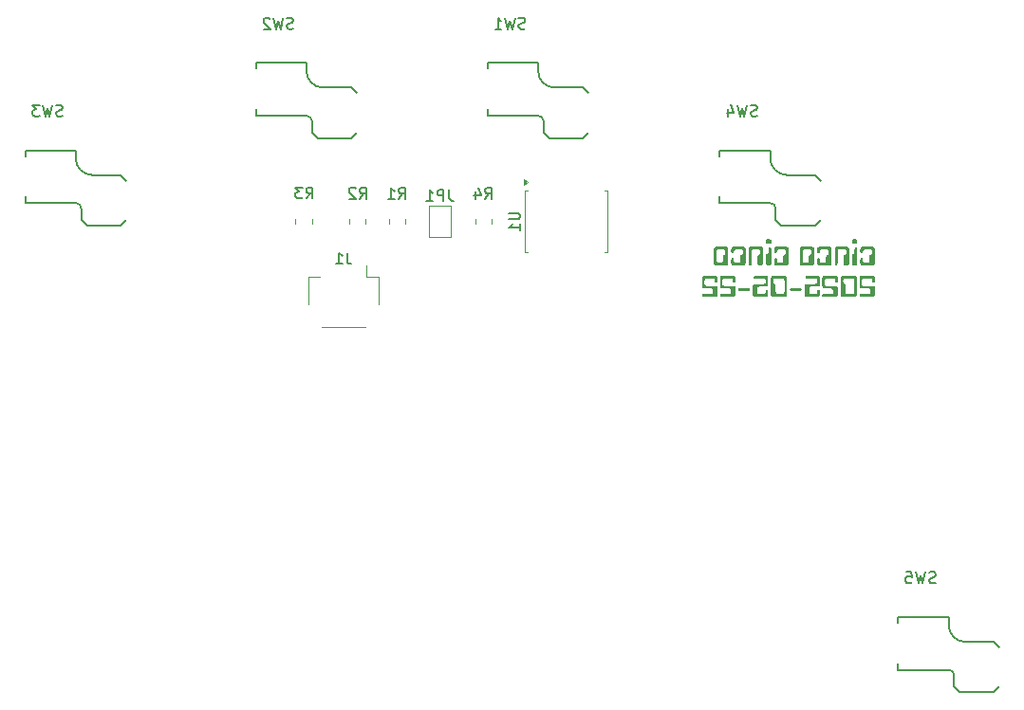
<source format=gbr>
%TF.GenerationSoftware,KiCad,Pcbnew,9.0.0*%
%TF.CreationDate,2025-05-22T09:46:44-07:00*%
%TF.ProjectId,cinco-cinco,63696e63-6f2d-4636-996e-636f2e6b6963,rev?*%
%TF.SameCoordinates,Original*%
%TF.FileFunction,Legend,Bot*%
%TF.FilePolarity,Positive*%
%FSLAX46Y46*%
G04 Gerber Fmt 4.6, Leading zero omitted, Abs format (unit mm)*
G04 Created by KiCad (PCBNEW 9.0.0) date 2025-05-22 09:46:44*
%MOMM*%
%LPD*%
G01*
G04 APERTURE LIST*
%ADD10C,0.100000*%
%ADD11C,0.150000*%
%ADD12C,0.120000*%
G04 APERTURE END LIST*
D10*
G36*
X237786522Y-97296638D02*
G01*
X237795223Y-97434330D01*
X237809929Y-97483391D01*
X237833691Y-97516304D01*
X237867704Y-97539094D01*
X237915970Y-97554619D01*
X238055799Y-97565000D01*
X238800740Y-97565000D01*
X238938890Y-97556298D01*
X238988113Y-97541473D01*
X239021169Y-97517677D01*
X239044078Y-97483651D01*
X239059637Y-97435398D01*
X239070170Y-97295111D01*
X239070170Y-96190828D01*
X239061469Y-96045351D01*
X239046714Y-95995705D01*
X239022848Y-95961240D01*
X238988646Y-95937314D01*
X238940722Y-95922772D01*
X238800740Y-95913918D01*
X238055799Y-95913918D01*
X237914139Y-95922772D01*
X237864944Y-95937485D01*
X237832012Y-95961240D01*
X237809488Y-95995571D01*
X237795223Y-96045504D01*
X237786522Y-96190981D01*
X237786522Y-96268070D01*
X237795261Y-96361914D01*
X237816289Y-96415532D01*
X237854741Y-96448688D01*
X237919329Y-96461022D01*
X237972624Y-96451537D01*
X238006951Y-96425759D01*
X238028105Y-96383025D01*
X238041755Y-96305622D01*
X238055799Y-96231434D01*
X238082056Y-96189149D01*
X238134568Y-96171441D01*
X238223716Y-96167930D01*
X238629465Y-96167930D01*
X238725635Y-96174952D01*
X238781506Y-96201361D01*
X238807762Y-96255858D01*
X238814784Y-96350807D01*
X238814784Y-96456290D01*
X238808259Y-96533067D01*
X238793871Y-96568947D01*
X238764506Y-96592694D01*
X238699379Y-96618101D01*
X238635474Y-96642662D01*
X238605040Y-96672597D01*
X238590574Y-96718416D01*
X238583975Y-96815021D01*
X238583975Y-97124599D01*
X238578784Y-97224891D01*
X238569094Y-97258288D01*
X238552528Y-97281067D01*
X238494826Y-97305797D01*
X238395144Y-97310987D01*
X238230738Y-97310987D01*
X238126152Y-97301703D01*
X238078545Y-97281372D01*
X238052975Y-97240423D01*
X238041755Y-97150550D01*
X238041755Y-97132995D01*
X238033147Y-97021074D01*
X238013820Y-96965536D01*
X237976737Y-96932560D01*
X237912459Y-96920198D01*
X237848227Y-96932260D01*
X237812778Y-96963857D01*
X237794745Y-97018072D01*
X237786522Y-97132842D01*
X237786522Y-97296638D01*
G37*
G36*
X237042802Y-95441461D02*
G01*
X237057519Y-95552407D01*
X237093483Y-95612431D01*
X237157631Y-95645674D01*
X237284145Y-95659905D01*
X237417322Y-95646932D01*
X237481676Y-95617621D01*
X237517534Y-95562436D01*
X237532356Y-95455505D01*
X237524993Y-95372523D01*
X237506001Y-95316289D01*
X237478165Y-95279344D01*
X237410066Y-95244794D01*
X237277123Y-95230038D01*
X237156441Y-95243195D01*
X237093483Y-95274154D01*
X237057668Y-95331142D01*
X237042802Y-95441461D01*
G37*
G36*
X237042802Y-97268244D02*
G01*
X237051503Y-97416622D01*
X237065318Y-97469958D01*
X237086461Y-97507450D01*
X237117037Y-97535037D01*
X237158207Y-97552787D01*
X237277123Y-97565000D01*
X237377745Y-97559199D01*
X237432827Y-97545765D01*
X237474208Y-97518379D01*
X237507932Y-97470813D01*
X237525487Y-97402731D01*
X237528998Y-97268244D01*
X237528998Y-96126867D01*
X237520390Y-96014946D01*
X237501063Y-95959408D01*
X237463841Y-95926308D01*
X237399549Y-95913918D01*
X237338327Y-95926151D01*
X237301700Y-95959408D01*
X237282264Y-96014959D01*
X237273612Y-96126867D01*
X237273612Y-96378132D01*
X237267153Y-96454591D01*
X237252698Y-96491705D01*
X237223082Y-96515914D01*
X237158207Y-96538722D01*
X237093996Y-96565545D01*
X237063868Y-96594592D01*
X237049454Y-96638605D01*
X237042802Y-96734269D01*
X237042802Y-97268244D01*
G37*
G36*
X235774571Y-95913918D02*
G01*
X235634742Y-95922772D01*
X235586686Y-95937322D01*
X235552463Y-95961240D01*
X235528632Y-95995707D01*
X235513995Y-96045351D01*
X235505293Y-96190828D01*
X235505293Y-97347623D01*
X235513847Y-97460358D01*
X235533229Y-97517677D01*
X235570542Y-97552194D01*
X235634742Y-97565000D01*
X235698672Y-97552542D01*
X235734424Y-97519509D01*
X235752455Y-97463930D01*
X235760527Y-97351440D01*
X235760527Y-96353555D01*
X235771071Y-96246693D01*
X235793805Y-96201209D01*
X235839272Y-96178471D01*
X235945999Y-96167930D01*
X236344726Y-96167930D01*
X236451452Y-96178471D01*
X236496919Y-96201209D01*
X236519544Y-96246674D01*
X236530045Y-96353555D01*
X236530045Y-96451557D01*
X236523583Y-96528152D01*
X236509132Y-96565283D01*
X236479498Y-96589639D01*
X236414640Y-96612605D01*
X236350426Y-96639551D01*
X236320301Y-96668628D01*
X236305894Y-96712695D01*
X236299235Y-96808763D01*
X236299235Y-97267329D01*
X236307937Y-97416317D01*
X236321758Y-97469786D01*
X236342894Y-97507297D01*
X236373466Y-97534919D01*
X236414640Y-97552787D01*
X236533556Y-97565000D01*
X236637268Y-97559159D01*
X236692772Y-97545765D01*
X236734136Y-97518210D01*
X236767876Y-97470355D01*
X236785431Y-97401967D01*
X236788942Y-97267023D01*
X236788942Y-96190828D01*
X236780241Y-96045351D01*
X236765485Y-95995705D01*
X236741620Y-95961240D01*
X236707418Y-95937314D01*
X236659494Y-95922772D01*
X236519512Y-95913918D01*
X235774571Y-95913918D01*
G37*
G36*
X233942139Y-97296638D02*
G01*
X233950840Y-97434330D01*
X233965547Y-97483391D01*
X233989309Y-97516304D01*
X234023321Y-97539094D01*
X234071588Y-97554619D01*
X234211417Y-97565000D01*
X234956358Y-97565000D01*
X235094508Y-97556298D01*
X235143730Y-97541473D01*
X235176787Y-97517677D01*
X235199696Y-97483651D01*
X235215255Y-97435398D01*
X235225788Y-97295111D01*
X235225788Y-96190828D01*
X235217087Y-96045351D01*
X235202331Y-95995705D01*
X235178466Y-95961240D01*
X235144263Y-95937314D01*
X235096339Y-95922772D01*
X234956358Y-95913918D01*
X234211417Y-95913918D01*
X234069756Y-95922772D01*
X234020562Y-95937485D01*
X233987629Y-95961240D01*
X233965106Y-95995571D01*
X233950840Y-96045504D01*
X233942139Y-96190981D01*
X233942139Y-96268070D01*
X233950878Y-96361914D01*
X233971906Y-96415532D01*
X234010359Y-96448688D01*
X234074946Y-96461022D01*
X234128241Y-96451537D01*
X234162568Y-96425759D01*
X234183723Y-96383025D01*
X234197373Y-96305622D01*
X234211417Y-96231434D01*
X234237673Y-96189149D01*
X234290185Y-96171441D01*
X234379334Y-96167930D01*
X234785082Y-96167930D01*
X234881253Y-96174952D01*
X234937124Y-96201361D01*
X234963380Y-96255858D01*
X234970402Y-96350807D01*
X234970402Y-96456290D01*
X234963877Y-96533067D01*
X234949488Y-96568947D01*
X234920123Y-96592694D01*
X234854997Y-96618101D01*
X234791092Y-96642662D01*
X234760658Y-96672597D01*
X234746191Y-96718416D01*
X234739592Y-96815021D01*
X234739592Y-97124599D01*
X234734402Y-97224891D01*
X234724712Y-97258288D01*
X234708146Y-97281067D01*
X234650443Y-97305797D01*
X234550762Y-97310987D01*
X234386356Y-97310987D01*
X234281770Y-97301703D01*
X234234162Y-97281372D01*
X234208592Y-97240423D01*
X234197373Y-97150550D01*
X234197373Y-97132995D01*
X234188765Y-97021074D01*
X234169438Y-96965536D01*
X234132355Y-96932560D01*
X234068077Y-96920198D01*
X234003844Y-96932260D01*
X233968395Y-96963857D01*
X233950362Y-97018072D01*
X233942139Y-97132842D01*
X233942139Y-97296638D01*
G37*
G36*
X233555167Y-95922772D02*
G01*
X233603091Y-95937314D01*
X233637294Y-95961240D01*
X233661159Y-95995705D01*
X233675915Y-96045351D01*
X233684616Y-96190828D01*
X233684616Y-97295111D01*
X233674083Y-97435398D01*
X233658524Y-97483651D01*
X233635614Y-97517677D01*
X233602558Y-97541473D01*
X233553335Y-97556298D01*
X233415185Y-97565000D01*
X232670245Y-97565000D01*
X232530416Y-97556298D01*
X232482676Y-97541548D01*
X232449968Y-97517677D01*
X232426975Y-97483634D01*
X232411500Y-97435398D01*
X232400967Y-97295111D01*
X232400967Y-96353708D01*
X232656201Y-96353708D01*
X232656201Y-97125210D01*
X232663223Y-97221533D01*
X232689479Y-97277709D01*
X232745502Y-97303965D01*
X232841673Y-97310987D01*
X233009590Y-97310987D01*
X233109271Y-97305797D01*
X233166974Y-97281220D01*
X233183539Y-97258441D01*
X233193230Y-97225044D01*
X233198420Y-97125210D01*
X233198420Y-96809526D01*
X233205078Y-96713458D01*
X233219486Y-96669392D01*
X233249630Y-96640194D01*
X233313825Y-96613216D01*
X233378682Y-96590250D01*
X233408316Y-96565894D01*
X233422765Y-96528745D01*
X233429229Y-96452015D01*
X233429229Y-96353708D01*
X233418726Y-96246692D01*
X233396104Y-96201209D01*
X233350637Y-96178471D01*
X233243910Y-96167930D01*
X232838162Y-96167930D01*
X232731736Y-96178546D01*
X232687800Y-96201209D01*
X232666266Y-96246508D01*
X232656201Y-96353708D01*
X232400967Y-96353708D01*
X232400967Y-96190828D01*
X232409668Y-96045351D01*
X232423927Y-95995551D01*
X232446457Y-95961240D01*
X232479390Y-95937485D01*
X232528584Y-95922772D01*
X232670245Y-95913918D01*
X233415185Y-95913918D01*
X233555167Y-95922772D01*
G37*
G36*
X230114854Y-97296638D02*
G01*
X230123555Y-97434330D01*
X230138261Y-97483391D01*
X230162023Y-97516304D01*
X230196036Y-97539094D01*
X230244303Y-97554619D01*
X230384132Y-97565000D01*
X231129072Y-97565000D01*
X231267222Y-97556298D01*
X231316445Y-97541473D01*
X231349501Y-97517677D01*
X231372411Y-97483651D01*
X231387970Y-97435398D01*
X231398503Y-97295111D01*
X231398503Y-96190828D01*
X231389801Y-96045351D01*
X231375046Y-95995705D01*
X231351181Y-95961240D01*
X231316978Y-95937314D01*
X231269054Y-95922772D01*
X231129072Y-95913918D01*
X230384132Y-95913918D01*
X230242471Y-95922772D01*
X230193277Y-95937485D01*
X230160344Y-95961240D01*
X230137821Y-95995571D01*
X230123555Y-96045504D01*
X230114854Y-96190981D01*
X230114854Y-96268070D01*
X230123593Y-96361914D01*
X230144621Y-96415532D01*
X230183073Y-96448688D01*
X230247661Y-96461022D01*
X230300956Y-96451537D01*
X230335283Y-96425759D01*
X230356438Y-96383025D01*
X230370088Y-96305622D01*
X230384132Y-96231434D01*
X230410388Y-96189149D01*
X230462900Y-96171441D01*
X230552049Y-96167930D01*
X230957797Y-96167930D01*
X231053968Y-96174952D01*
X231109838Y-96201361D01*
X231136094Y-96255858D01*
X231143116Y-96350807D01*
X231143116Y-96456290D01*
X231136591Y-96533067D01*
X231122203Y-96568947D01*
X231092838Y-96592694D01*
X231027711Y-96618101D01*
X230963806Y-96642662D01*
X230933373Y-96672597D01*
X230918906Y-96718416D01*
X230912307Y-96815021D01*
X230912307Y-97124599D01*
X230907117Y-97224891D01*
X230897426Y-97258288D01*
X230880860Y-97281067D01*
X230823158Y-97305797D01*
X230723476Y-97310987D01*
X230559071Y-97310987D01*
X230454485Y-97301703D01*
X230406877Y-97281372D01*
X230381307Y-97240423D01*
X230370088Y-97150550D01*
X230370088Y-97132995D01*
X230361479Y-97021074D01*
X230342152Y-96965536D01*
X230305069Y-96932560D01*
X230240792Y-96920198D01*
X230176559Y-96932260D01*
X230141110Y-96963857D01*
X230123077Y-97018072D01*
X230114854Y-97132842D01*
X230114854Y-97296638D01*
G37*
G36*
X229371134Y-95441461D02*
G01*
X229385851Y-95552407D01*
X229421815Y-95612431D01*
X229485963Y-95645674D01*
X229612477Y-95659905D01*
X229745654Y-95646932D01*
X229810008Y-95617621D01*
X229845866Y-95562436D01*
X229860689Y-95455505D01*
X229853326Y-95372523D01*
X229834334Y-95316289D01*
X229806497Y-95279344D01*
X229738398Y-95244794D01*
X229605455Y-95230038D01*
X229484774Y-95243195D01*
X229421815Y-95274154D01*
X229386000Y-95331142D01*
X229371134Y-95441461D01*
G37*
G36*
X229371134Y-97268244D02*
G01*
X229379836Y-97416622D01*
X229393650Y-97469958D01*
X229414793Y-97507450D01*
X229445369Y-97535037D01*
X229486539Y-97552787D01*
X229605455Y-97565000D01*
X229706078Y-97559199D01*
X229761160Y-97545765D01*
X229802540Y-97518379D01*
X229836264Y-97470813D01*
X229853819Y-97402731D01*
X229857330Y-97268244D01*
X229857330Y-96126867D01*
X229848722Y-96014946D01*
X229829395Y-95959408D01*
X229792173Y-95926308D01*
X229727882Y-95913918D01*
X229666659Y-95926151D01*
X229630032Y-95959408D01*
X229610597Y-96014959D01*
X229601944Y-96126867D01*
X229601944Y-96378132D01*
X229595485Y-96454591D01*
X229581031Y-96491705D01*
X229551414Y-96515914D01*
X229486539Y-96538722D01*
X229422328Y-96565545D01*
X229392200Y-96594592D01*
X229377787Y-96638605D01*
X229371134Y-96734269D01*
X229371134Y-97268244D01*
G37*
G36*
X228102903Y-95913918D02*
G01*
X227963074Y-95922772D01*
X227915018Y-95937322D01*
X227880795Y-95961240D01*
X227856964Y-95995707D01*
X227842327Y-96045351D01*
X227833626Y-96190828D01*
X227833626Y-97347623D01*
X227842179Y-97460358D01*
X227861561Y-97517677D01*
X227898875Y-97552194D01*
X227963074Y-97565000D01*
X228027004Y-97552542D01*
X228062756Y-97519509D01*
X228080787Y-97463930D01*
X228088859Y-97351440D01*
X228088859Y-96353555D01*
X228099403Y-96246693D01*
X228122137Y-96201209D01*
X228167605Y-96178471D01*
X228274331Y-96167930D01*
X228673058Y-96167930D01*
X228779784Y-96178471D01*
X228825252Y-96201209D01*
X228847877Y-96246674D01*
X228858377Y-96353555D01*
X228858377Y-96451557D01*
X228851915Y-96528152D01*
X228837464Y-96565283D01*
X228807830Y-96589639D01*
X228742972Y-96612605D01*
X228678758Y-96639551D01*
X228648633Y-96668628D01*
X228634226Y-96712695D01*
X228627568Y-96808763D01*
X228627568Y-97267329D01*
X228636269Y-97416317D01*
X228650090Y-97469786D01*
X228671226Y-97507297D01*
X228701798Y-97534919D01*
X228742972Y-97552787D01*
X228861888Y-97565000D01*
X228965600Y-97559159D01*
X229021104Y-97545765D01*
X229062468Y-97518210D01*
X229096209Y-97470355D01*
X229113763Y-97401967D01*
X229117274Y-97267023D01*
X229117274Y-96190828D01*
X229108573Y-96045351D01*
X229093818Y-95995705D01*
X229069952Y-95961240D01*
X229035750Y-95937314D01*
X228987826Y-95922772D01*
X228847844Y-95913918D01*
X228102903Y-95913918D01*
G37*
G36*
X226270471Y-97296638D02*
G01*
X226279173Y-97434330D01*
X226293879Y-97483391D01*
X226317641Y-97516304D01*
X226351654Y-97539094D01*
X226399920Y-97554619D01*
X226539749Y-97565000D01*
X227284690Y-97565000D01*
X227422840Y-97556298D01*
X227472063Y-97541473D01*
X227505119Y-97517677D01*
X227528028Y-97483651D01*
X227543587Y-97435398D01*
X227554120Y-97295111D01*
X227554120Y-96190828D01*
X227545419Y-96045351D01*
X227530663Y-95995705D01*
X227506798Y-95961240D01*
X227472595Y-95937314D01*
X227424672Y-95922772D01*
X227284690Y-95913918D01*
X226539749Y-95913918D01*
X226398088Y-95922772D01*
X226348894Y-95937485D01*
X226315962Y-95961240D01*
X226293438Y-95995571D01*
X226279173Y-96045504D01*
X226270471Y-96190981D01*
X226270471Y-96268070D01*
X226279210Y-96361914D01*
X226300239Y-96415532D01*
X226338691Y-96448688D01*
X226403278Y-96461022D01*
X226456574Y-96451537D01*
X226490901Y-96425759D01*
X226512055Y-96383025D01*
X226525705Y-96305622D01*
X226539749Y-96231434D01*
X226566005Y-96189149D01*
X226618517Y-96171441D01*
X226707666Y-96167930D01*
X227113415Y-96167930D01*
X227209585Y-96174952D01*
X227265456Y-96201361D01*
X227291712Y-96255858D01*
X227298734Y-96350807D01*
X227298734Y-96456290D01*
X227292209Y-96533067D01*
X227277821Y-96568947D01*
X227248455Y-96592694D01*
X227183329Y-96618101D01*
X227119424Y-96642662D01*
X227088990Y-96672597D01*
X227074523Y-96718416D01*
X227067924Y-96815021D01*
X227067924Y-97124599D01*
X227062734Y-97224891D01*
X227053044Y-97258288D01*
X227036478Y-97281067D01*
X226978776Y-97305797D01*
X226879094Y-97310987D01*
X226714688Y-97310987D01*
X226610102Y-97301703D01*
X226562494Y-97281372D01*
X226536925Y-97240423D01*
X226525705Y-97150550D01*
X226525705Y-97132995D01*
X226517097Y-97021074D01*
X226497770Y-96965536D01*
X226460687Y-96932560D01*
X226396409Y-96920198D01*
X226332176Y-96932260D01*
X226296728Y-96963857D01*
X226278694Y-97018072D01*
X226270471Y-97132842D01*
X226270471Y-97296638D01*
G37*
G36*
X225883499Y-95922772D02*
G01*
X225931423Y-95937314D01*
X225965626Y-95961240D01*
X225989491Y-95995705D01*
X226004247Y-96045351D01*
X226012948Y-96190828D01*
X226012948Y-97295111D01*
X226002415Y-97435398D01*
X225986856Y-97483651D01*
X225963947Y-97517677D01*
X225930890Y-97541473D01*
X225881667Y-97556298D01*
X225743517Y-97565000D01*
X224998577Y-97565000D01*
X224858748Y-97556298D01*
X224811008Y-97541548D01*
X224778300Y-97517677D01*
X224755307Y-97483634D01*
X224739832Y-97435398D01*
X224729299Y-97295111D01*
X224729299Y-96353708D01*
X224984533Y-96353708D01*
X224984533Y-97125210D01*
X224991555Y-97221533D01*
X225017811Y-97277709D01*
X225073834Y-97303965D01*
X225170005Y-97310987D01*
X225337922Y-97310987D01*
X225437603Y-97305797D01*
X225495306Y-97281220D01*
X225511872Y-97258441D01*
X225521562Y-97225044D01*
X225526752Y-97125210D01*
X225526752Y-96809526D01*
X225533410Y-96713458D01*
X225547818Y-96669392D01*
X225577962Y-96640194D01*
X225642157Y-96613216D01*
X225707014Y-96590250D01*
X225736648Y-96565894D01*
X225751097Y-96528745D01*
X225757561Y-96452015D01*
X225757561Y-96353708D01*
X225747058Y-96246692D01*
X225724436Y-96201209D01*
X225678969Y-96178471D01*
X225572242Y-96167930D01*
X225166494Y-96167930D01*
X225060069Y-96178546D01*
X225016132Y-96201209D01*
X224994599Y-96246508D01*
X224984533Y-96353708D01*
X224729299Y-96353708D01*
X224729299Y-96190828D01*
X224738000Y-96045351D01*
X224752259Y-95995551D01*
X224774789Y-95961240D01*
X224807722Y-95937485D01*
X224856916Y-95922772D01*
X224998577Y-95913918D01*
X225743517Y-95913918D01*
X225883499Y-95922772D01*
G37*
G36*
X237710226Y-99396325D02*
G01*
X237714322Y-99477757D01*
X237724270Y-99527850D01*
X237743311Y-99568674D01*
X237771775Y-99600512D01*
X237805229Y-99621261D01*
X237846025Y-99634096D01*
X237987198Y-99642522D01*
X238420973Y-99642522D01*
X238552498Y-99649483D01*
X238595176Y-99662629D01*
X238623817Y-99685875D01*
X238642251Y-99719912D01*
X238653248Y-99772704D01*
X238658743Y-99930729D01*
X238648974Y-100044057D01*
X238633890Y-100078040D01*
X238608429Y-100104141D01*
X238583272Y-100120994D01*
X238545537Y-100129420D01*
X238483988Y-100133572D01*
X238387390Y-100134916D01*
X237934075Y-100134916D01*
X237823677Y-100136381D01*
X237771775Y-100146151D01*
X237743879Y-100159533D01*
X237720118Y-100184009D01*
X237704569Y-100215806D01*
X237699113Y-100255327D01*
X237709804Y-100311855D01*
X237738314Y-100344842D01*
X237785755Y-100362344D01*
X237878143Y-100370000D01*
X238840704Y-100370000D01*
X238972229Y-100360230D01*
X239018118Y-100344956D01*
X239050509Y-100321029D01*
X239073253Y-100287186D01*
X239088367Y-100238475D01*
X239098136Y-100098646D01*
X239098136Y-99673297D01*
X239091175Y-99543237D01*
X239080128Y-99504685D01*
X239061744Y-99471796D01*
X239027175Y-99438716D01*
X238986151Y-99418674D01*
X238935025Y-99408810D01*
X238846200Y-99404630D01*
X238202742Y-99404630D01*
X238121531Y-99404630D01*
X238027864Y-99394860D01*
X237996348Y-99380678D01*
X237973276Y-99358590D01*
X237957988Y-99328019D01*
X237948119Y-99280188D01*
X237942501Y-99144511D01*
X237942501Y-98990516D01*
X237949462Y-98853496D01*
X237961702Y-98807406D01*
X237981702Y-98776559D01*
X238011198Y-98755452D01*
X238054487Y-98742976D01*
X238183080Y-98735893D01*
X238633586Y-98735893D01*
X238746915Y-98742976D01*
X238787144Y-98753661D01*
X238815547Y-98769598D01*
X238836735Y-98792132D01*
X238850474Y-98821378D01*
X238860244Y-98906618D01*
X238863053Y-98968168D01*
X238872611Y-99057794D01*
X238889675Y-99102501D01*
X238921175Y-99128781D01*
X238977725Y-99138893D01*
X239041323Y-99127792D01*
X239074323Y-99099692D01*
X239090618Y-99050316D01*
X239098136Y-98943011D01*
X239098136Y-98772285D01*
X239088367Y-98632456D01*
X239072555Y-98584155D01*
X239047700Y-98551245D01*
X239012201Y-98528657D01*
X238959651Y-98513510D01*
X238807121Y-98503740D01*
X238009668Y-98503740D01*
X237859947Y-98512166D01*
X237811708Y-98524626D01*
X237777393Y-98542819D01*
X237743932Y-98572250D01*
X237722927Y-98612794D01*
X237713035Y-98675809D01*
X237710226Y-98772285D01*
X237710226Y-99396325D01*
G37*
G36*
X237293891Y-98507103D02*
G01*
X237348503Y-98514975D01*
X237392382Y-98531303D01*
X237426782Y-98556863D01*
X237449777Y-98588554D01*
X237464518Y-98630990D01*
X237474288Y-98777903D01*
X237474288Y-100081793D01*
X237464518Y-100230170D01*
X237449195Y-100281669D01*
X237425439Y-100318342D01*
X237390834Y-100344150D01*
X237340076Y-100360230D01*
X237194508Y-100370000D01*
X236296304Y-100370000D01*
X236160628Y-100360230D01*
X236113105Y-100345270D01*
X236079539Y-100322494D01*
X236055537Y-100290187D01*
X236040338Y-100245436D01*
X236030568Y-100118185D01*
X236030568Y-98948628D01*
X236262721Y-98948628D01*
X236265530Y-99063300D01*
X236270728Y-99135283D01*
X236282383Y-99171133D01*
X236306839Y-99196910D01*
X236360662Y-99225600D01*
X236418060Y-99253688D01*
X236450300Y-99288614D01*
X236464221Y-99341737D01*
X236467030Y-99427100D01*
X236469839Y-99522233D01*
X236469839Y-99902763D01*
X236476800Y-100030013D01*
X236489325Y-100071554D01*
X236510383Y-100098646D01*
X236541904Y-100115850D01*
X236594403Y-100126612D01*
X236752428Y-100132107D01*
X237046252Y-100132107D01*
X237152498Y-100125146D01*
X237187109Y-100112527D01*
X237209895Y-100090219D01*
X237224105Y-100058140D01*
X237233709Y-100006322D01*
X237239326Y-99855136D01*
X237239326Y-98998942D01*
X237233709Y-98854839D01*
X237222798Y-98807446D01*
X237204277Y-98776559D01*
X237175712Y-98755576D01*
X237131493Y-98742976D01*
X236995816Y-98735893D01*
X236480952Y-98735893D01*
X236370432Y-98744319D01*
X236330821Y-98757164D01*
X236303387Y-98776559D01*
X236283926Y-98803813D01*
X236271147Y-98842260D01*
X236262721Y-98948628D01*
X236030568Y-98948628D01*
X236030568Y-98777903D01*
X236040338Y-98636608D01*
X236055761Y-98586783D01*
X236079539Y-98552711D01*
X236113434Y-98528868D01*
X236162093Y-98513510D01*
X236301922Y-98503740D01*
X237197316Y-98503740D01*
X237293891Y-98507103D01*
G37*
G36*
X234398293Y-99396325D02*
G01*
X234402389Y-99477757D01*
X234412337Y-99527850D01*
X234431378Y-99568674D01*
X234459842Y-99600512D01*
X234493296Y-99621261D01*
X234534092Y-99634096D01*
X234675265Y-99642522D01*
X235109040Y-99642522D01*
X235240565Y-99649483D01*
X235283243Y-99662629D01*
X235311884Y-99685875D01*
X235330318Y-99719912D01*
X235341315Y-99772704D01*
X235346810Y-99930729D01*
X235337041Y-100044057D01*
X235321957Y-100078040D01*
X235296496Y-100104141D01*
X235271339Y-100120994D01*
X235233604Y-100129420D01*
X235172055Y-100133572D01*
X235075457Y-100134916D01*
X234622142Y-100134916D01*
X234511744Y-100136381D01*
X234459842Y-100146151D01*
X234431946Y-100159533D01*
X234408185Y-100184009D01*
X234392636Y-100215806D01*
X234387180Y-100255327D01*
X234397871Y-100311855D01*
X234426381Y-100344842D01*
X234473822Y-100362344D01*
X234566210Y-100370000D01*
X235528771Y-100370000D01*
X235660296Y-100360230D01*
X235706185Y-100344956D01*
X235738576Y-100321029D01*
X235761320Y-100287186D01*
X235776434Y-100238475D01*
X235786203Y-100098646D01*
X235786203Y-99673297D01*
X235779242Y-99543237D01*
X235768195Y-99504685D01*
X235749811Y-99471796D01*
X235715242Y-99438716D01*
X235674218Y-99418674D01*
X235623092Y-99408810D01*
X235534267Y-99404630D01*
X234890809Y-99404630D01*
X234809598Y-99404630D01*
X234715931Y-99394860D01*
X234684415Y-99380678D01*
X234661343Y-99358590D01*
X234646055Y-99328019D01*
X234636186Y-99280188D01*
X234630568Y-99144511D01*
X234630568Y-98990516D01*
X234637529Y-98853496D01*
X234649769Y-98807406D01*
X234669769Y-98776559D01*
X234699265Y-98755452D01*
X234742554Y-98742976D01*
X234871147Y-98735893D01*
X235321653Y-98735893D01*
X235434982Y-98742976D01*
X235475211Y-98753661D01*
X235503614Y-98769598D01*
X235524802Y-98792132D01*
X235538541Y-98821378D01*
X235548311Y-98906618D01*
X235551120Y-98968168D01*
X235560678Y-99057794D01*
X235577742Y-99102501D01*
X235609242Y-99128781D01*
X235665792Y-99138893D01*
X235729390Y-99127792D01*
X235762390Y-99099692D01*
X235778685Y-99050316D01*
X235786203Y-98943011D01*
X235786203Y-98772285D01*
X235776434Y-98632456D01*
X235760622Y-98584155D01*
X235735767Y-98551245D01*
X235700268Y-98528657D01*
X235647718Y-98513510D01*
X235495188Y-98503740D01*
X234697735Y-98503740D01*
X234548014Y-98512166D01*
X234499775Y-98524626D01*
X234465460Y-98542819D01*
X234431999Y-98572250D01*
X234410994Y-98612794D01*
X234401102Y-98675809D01*
X234398293Y-98772285D01*
X234398293Y-99396325D01*
G37*
G36*
X232794106Y-100070558D02*
G01*
X232803998Y-100227362D01*
X232819478Y-100281294D01*
X232843199Y-100318342D01*
X232877322Y-100344287D01*
X232925631Y-100360230D01*
X233068391Y-100370000D01*
X233893810Y-100370000D01*
X234043531Y-100360230D01*
X234095941Y-100344748D01*
X234131580Y-100321029D01*
X234156509Y-100286929D01*
X234172247Y-100238475D01*
X234182016Y-100095837D01*
X234182016Y-99936346D01*
X234177864Y-99827170D01*
X234156737Y-99776856D01*
X234117403Y-99745595D01*
X234064413Y-99734846D01*
X234007333Y-99744851D01*
X233973555Y-99771238D01*
X233954871Y-99815226D01*
X233946933Y-99897145D01*
X233939972Y-100021709D01*
X233928781Y-100064267D01*
X233912006Y-100093028D01*
X233887226Y-100113566D01*
X233851800Y-100126612D01*
X233748241Y-100134916D01*
X233471270Y-100134916D01*
X233345362Y-100127955D01*
X233301807Y-100116115D01*
X233272578Y-100097180D01*
X233252529Y-100069320D01*
X233240460Y-100028670D01*
X233233377Y-99911067D01*
X233233377Y-99709689D01*
X233240460Y-99578164D01*
X233253234Y-99535001D01*
X233275387Y-99505380D01*
X233308161Y-99485939D01*
X233359406Y-99474605D01*
X233510471Y-99468988D01*
X233904923Y-99468988D01*
X234047683Y-99459218D01*
X234096617Y-99444262D01*
X234131580Y-99421482D01*
X234156510Y-99388771D01*
X234172247Y-99341737D01*
X234182016Y-99206060D01*
X234182016Y-98730397D01*
X234170781Y-98619877D01*
X234154701Y-98580086D01*
X234130237Y-98549902D01*
X234096883Y-98528092D01*
X234050491Y-98513510D01*
X233924584Y-98503740D01*
X233079504Y-98503740D01*
X232974522Y-98511956D01*
X232922822Y-98530362D01*
X232892205Y-98565103D01*
X232880812Y-98624030D01*
X232890812Y-98681133D01*
X232917205Y-98715010D01*
X232961503Y-98733546D01*
X233045921Y-98741510D01*
X233720275Y-98741510D01*
X233846182Y-98749937D01*
X233886797Y-98762085D01*
X233910540Y-98777903D01*
X233926422Y-98805154D01*
X233939972Y-98854839D01*
X233949741Y-99004560D01*
X233941315Y-99124972D01*
X233927817Y-99165518D01*
X233906388Y-99193482D01*
X233875987Y-99212723D01*
X233832260Y-99225600D01*
X233703545Y-99234026D01*
X233082313Y-99234026D01*
X232934057Y-99243796D01*
X232882591Y-99259152D01*
X232846008Y-99282997D01*
X232819898Y-99316944D01*
X232803998Y-99364085D01*
X232794106Y-99502571D01*
X232794106Y-100070558D01*
G37*
G36*
X231680969Y-99606130D02*
G01*
X231611116Y-99608939D01*
X231574602Y-99620174D01*
X231552255Y-99637582D01*
X231534057Y-99663527D01*
X231522531Y-99693849D01*
X231518670Y-99726420D01*
X231522565Y-99758791D01*
X231534057Y-99787969D01*
X231571793Y-99829979D01*
X231611116Y-99844023D01*
X231680969Y-99846709D01*
X232405638Y-99846709D01*
X232478422Y-99844023D01*
X232514815Y-99832787D01*
X232534879Y-99815547D01*
X232552550Y-99789434D01*
X232564080Y-99759008D01*
X232567937Y-99726420D01*
X232564077Y-99693849D01*
X232552550Y-99663527D01*
X232534864Y-99637336D01*
X232514815Y-99620174D01*
X232475865Y-99610346D01*
X232405638Y-99606130D01*
X231680969Y-99606130D01*
G37*
G36*
X231074491Y-98507103D02*
G01*
X231129103Y-98514975D01*
X231172982Y-98531303D01*
X231207383Y-98556863D01*
X231230377Y-98588554D01*
X231245118Y-98630990D01*
X231254888Y-98777903D01*
X231254888Y-100081793D01*
X231245118Y-100230170D01*
X231229795Y-100281669D01*
X231206039Y-100318342D01*
X231171434Y-100344150D01*
X231120676Y-100360230D01*
X230975108Y-100370000D01*
X230076905Y-100370000D01*
X229941228Y-100360230D01*
X229893705Y-100345270D01*
X229860139Y-100322494D01*
X229836138Y-100290187D01*
X229820938Y-100245436D01*
X229811168Y-100118185D01*
X229811168Y-98948628D01*
X230043321Y-98948628D01*
X230046130Y-99063300D01*
X230051329Y-99135283D01*
X230062983Y-99171133D01*
X230087439Y-99196910D01*
X230141263Y-99225600D01*
X230198660Y-99253688D01*
X230230900Y-99288614D01*
X230244822Y-99341737D01*
X230247630Y-99427100D01*
X230250439Y-99522233D01*
X230250439Y-99902763D01*
X230257400Y-100030013D01*
X230269925Y-100071554D01*
X230290983Y-100098646D01*
X230322504Y-100115850D01*
X230375003Y-100126612D01*
X230533028Y-100132107D01*
X230826852Y-100132107D01*
X230933098Y-100125146D01*
X230967709Y-100112527D01*
X230990495Y-100090219D01*
X231004705Y-100058140D01*
X231014309Y-100006322D01*
X231019926Y-99855136D01*
X231019926Y-98998942D01*
X231014309Y-98854839D01*
X231003398Y-98807446D01*
X230984877Y-98776559D01*
X230956312Y-98755576D01*
X230912093Y-98742976D01*
X230776416Y-98735893D01*
X230261552Y-98735893D01*
X230151032Y-98744319D01*
X230111421Y-98757164D01*
X230083988Y-98776559D01*
X230064526Y-98803813D01*
X230051748Y-98842260D01*
X230043321Y-98948628D01*
X229811168Y-98948628D01*
X229811168Y-98777903D01*
X229820938Y-98636608D01*
X229836361Y-98586783D01*
X229860139Y-98552711D01*
X229894034Y-98528868D01*
X229942693Y-98513510D01*
X230082522Y-98503740D01*
X230977916Y-98503740D01*
X231074491Y-98507103D01*
G37*
G36*
X228178893Y-100070558D02*
G01*
X228188785Y-100227362D01*
X228204266Y-100281294D01*
X228227986Y-100318342D01*
X228262109Y-100344287D01*
X228310418Y-100360230D01*
X228453178Y-100370000D01*
X229278597Y-100370000D01*
X229428318Y-100360230D01*
X229480728Y-100344748D01*
X229516367Y-100321029D01*
X229541296Y-100286929D01*
X229557034Y-100238475D01*
X229566803Y-100095837D01*
X229566803Y-99936346D01*
X229562651Y-99827170D01*
X229541524Y-99776856D01*
X229502190Y-99745595D01*
X229449200Y-99734846D01*
X229392120Y-99744851D01*
X229358342Y-99771238D01*
X229339658Y-99815226D01*
X229331720Y-99897145D01*
X229324759Y-100021709D01*
X229313568Y-100064267D01*
X229296793Y-100093028D01*
X229272013Y-100113566D01*
X229236587Y-100126612D01*
X229133028Y-100134916D01*
X228856057Y-100134916D01*
X228730150Y-100127955D01*
X228686594Y-100116115D01*
X228657365Y-100097180D01*
X228637316Y-100069320D01*
X228625247Y-100028670D01*
X228618164Y-99911067D01*
X228618164Y-99709689D01*
X228625247Y-99578164D01*
X228638021Y-99535001D01*
X228660174Y-99505380D01*
X228692949Y-99485939D01*
X228744193Y-99474605D01*
X228895258Y-99468988D01*
X229289710Y-99468988D01*
X229432470Y-99459218D01*
X229481404Y-99444262D01*
X229516367Y-99421482D01*
X229541297Y-99388771D01*
X229557034Y-99341737D01*
X229566803Y-99206060D01*
X229566803Y-98730397D01*
X229555568Y-98619877D01*
X229539488Y-98580086D01*
X229515024Y-98549902D01*
X229481670Y-98528092D01*
X229435279Y-98513510D01*
X229309371Y-98503740D01*
X228464291Y-98503740D01*
X228359309Y-98511956D01*
X228307609Y-98530362D01*
X228276992Y-98565103D01*
X228265600Y-98624030D01*
X228275600Y-98681133D01*
X228301992Y-98715010D01*
X228346290Y-98733546D01*
X228430708Y-98741510D01*
X229105062Y-98741510D01*
X229230969Y-98749937D01*
X229271584Y-98762085D01*
X229295327Y-98777903D01*
X229311209Y-98805154D01*
X229324759Y-98854839D01*
X229334528Y-99004560D01*
X229326102Y-99124972D01*
X229312604Y-99165518D01*
X229291175Y-99193482D01*
X229260774Y-99212723D01*
X229217048Y-99225600D01*
X229088332Y-99234026D01*
X228467100Y-99234026D01*
X228318845Y-99243796D01*
X228267378Y-99259152D01*
X228230795Y-99282997D01*
X228204685Y-99316944D01*
X228188785Y-99364085D01*
X228178893Y-99502571D01*
X228178893Y-100070558D01*
G37*
G36*
X227065757Y-99606130D02*
G01*
X226995903Y-99608939D01*
X226959389Y-99620174D01*
X226937042Y-99637582D01*
X226918845Y-99663527D01*
X226907318Y-99693849D01*
X226903457Y-99726420D01*
X226907352Y-99758791D01*
X226918845Y-99787969D01*
X226956580Y-99829979D01*
X226995903Y-99844023D01*
X227065757Y-99846709D01*
X227790425Y-99846709D01*
X227863210Y-99844023D01*
X227899602Y-99832787D01*
X227919666Y-99815547D01*
X227937337Y-99789434D01*
X227948867Y-99759008D01*
X227952725Y-99726420D01*
X227948864Y-99693849D01*
X227937337Y-99663527D01*
X227919651Y-99637336D01*
X227899602Y-99620174D01*
X227860652Y-99610346D01*
X227790425Y-99606130D01*
X227065757Y-99606130D01*
G37*
G36*
X225271427Y-99396325D02*
G01*
X225275522Y-99477757D01*
X225285471Y-99527850D01*
X225304511Y-99568674D01*
X225332976Y-99600512D01*
X225366430Y-99621261D01*
X225407226Y-99634096D01*
X225548398Y-99642522D01*
X225982173Y-99642522D01*
X226113698Y-99649483D01*
X226156376Y-99662629D01*
X226185017Y-99685875D01*
X226203452Y-99719912D01*
X226214448Y-99772704D01*
X226219944Y-99930729D01*
X226210174Y-100044057D01*
X226195090Y-100078040D01*
X226169630Y-100104141D01*
X226144473Y-100120994D01*
X226106737Y-100129420D01*
X226045188Y-100133572D01*
X225948590Y-100134916D01*
X225495275Y-100134916D01*
X225384877Y-100136381D01*
X225332976Y-100146151D01*
X225305079Y-100159533D01*
X225281318Y-100184009D01*
X225265769Y-100215806D01*
X225260314Y-100255327D01*
X225271004Y-100311855D01*
X225299515Y-100344842D01*
X225346956Y-100362344D01*
X225439344Y-100370000D01*
X226401905Y-100370000D01*
X226533429Y-100360230D01*
X226579318Y-100344956D01*
X226611709Y-100321029D01*
X226634453Y-100287186D01*
X226649567Y-100238475D01*
X226659337Y-100098646D01*
X226659337Y-99673297D01*
X226652376Y-99543237D01*
X226641328Y-99504685D01*
X226622944Y-99471796D01*
X226588375Y-99438716D01*
X226547351Y-99418674D01*
X226496226Y-99408810D01*
X226407400Y-99404630D01*
X225763942Y-99404630D01*
X225682732Y-99404630D01*
X225589064Y-99394860D01*
X225557549Y-99380678D01*
X225534476Y-99358590D01*
X225519188Y-99328019D01*
X225509319Y-99280188D01*
X225503702Y-99144511D01*
X225503702Y-98990516D01*
X225510662Y-98853496D01*
X225522902Y-98807406D01*
X225542903Y-98776559D01*
X225572398Y-98755452D01*
X225615687Y-98742976D01*
X225744281Y-98735893D01*
X226194787Y-98735893D01*
X226308115Y-98742976D01*
X226348344Y-98753661D01*
X226376748Y-98769598D01*
X226397935Y-98792132D01*
X226411674Y-98821378D01*
X226421444Y-98906618D01*
X226424253Y-98968168D01*
X226433811Y-99057794D01*
X226450875Y-99102501D01*
X226482375Y-99128781D01*
X226538925Y-99138893D01*
X226602523Y-99127792D01*
X226635523Y-99099692D01*
X226651819Y-99050316D01*
X226659337Y-98943011D01*
X226659337Y-98772285D01*
X226649567Y-98632456D01*
X226633756Y-98584155D01*
X226608900Y-98551245D01*
X226573401Y-98528657D01*
X226520851Y-98513510D01*
X226368321Y-98503740D01*
X225570868Y-98503740D01*
X225421147Y-98512166D01*
X225372908Y-98524626D01*
X225338593Y-98542819D01*
X225305132Y-98572250D01*
X225284127Y-98612794D01*
X225274235Y-98675809D01*
X225271427Y-98772285D01*
X225271427Y-99396325D01*
G37*
G36*
X223667240Y-99396325D02*
G01*
X223671335Y-99477757D01*
X223681284Y-99527850D01*
X223700324Y-99568674D01*
X223728789Y-99600512D01*
X223762243Y-99621261D01*
X223803039Y-99634096D01*
X223944211Y-99642522D01*
X224377986Y-99642522D01*
X224509511Y-99649483D01*
X224552189Y-99662629D01*
X224580830Y-99685875D01*
X224599265Y-99719912D01*
X224610261Y-99772704D01*
X224615757Y-99930729D01*
X224605987Y-100044057D01*
X224590903Y-100078040D01*
X224565443Y-100104141D01*
X224540286Y-100120994D01*
X224502550Y-100129420D01*
X224441001Y-100133572D01*
X224344403Y-100134916D01*
X223891088Y-100134916D01*
X223780690Y-100136381D01*
X223728789Y-100146151D01*
X223700892Y-100159533D01*
X223677131Y-100184009D01*
X223661582Y-100215806D01*
X223656127Y-100255327D01*
X223666817Y-100311855D01*
X223695327Y-100344842D01*
X223742769Y-100362344D01*
X223835157Y-100370000D01*
X224797718Y-100370000D01*
X224929242Y-100360230D01*
X224975131Y-100344956D01*
X225007522Y-100321029D01*
X225030266Y-100287186D01*
X225045380Y-100238475D01*
X225055150Y-100098646D01*
X225055150Y-99673297D01*
X225048189Y-99543237D01*
X225037141Y-99504685D01*
X225018757Y-99471796D01*
X224984188Y-99438716D01*
X224943164Y-99418674D01*
X224892039Y-99408810D01*
X224803213Y-99404630D01*
X224159755Y-99404630D01*
X224078545Y-99404630D01*
X223984877Y-99394860D01*
X223953362Y-99380678D01*
X223930289Y-99358590D01*
X223915001Y-99328019D01*
X223905132Y-99280188D01*
X223899515Y-99144511D01*
X223899515Y-98990516D01*
X223906475Y-98853496D01*
X223918715Y-98807406D01*
X223938715Y-98776559D01*
X223968211Y-98755452D01*
X224011500Y-98742976D01*
X224140094Y-98735893D01*
X224590600Y-98735893D01*
X224703928Y-98742976D01*
X224744157Y-98753661D01*
X224772561Y-98769598D01*
X224793748Y-98792132D01*
X224807487Y-98821378D01*
X224817257Y-98906618D01*
X224820066Y-98968168D01*
X224829624Y-99057794D01*
X224846688Y-99102501D01*
X224878188Y-99128781D01*
X224934738Y-99138893D01*
X224998336Y-99127792D01*
X225031336Y-99099692D01*
X225047632Y-99050316D01*
X225055150Y-98943011D01*
X225055150Y-98772285D01*
X225045380Y-98632456D01*
X225029569Y-98584155D01*
X225004713Y-98551245D01*
X224969214Y-98528657D01*
X224916664Y-98513510D01*
X224764134Y-98503740D01*
X223966681Y-98503740D01*
X223816960Y-98512166D01*
X223768721Y-98524626D01*
X223734406Y-98542819D01*
X223700945Y-98572250D01*
X223679940Y-98612794D01*
X223670048Y-98675809D01*
X223667240Y-98772285D01*
X223667240Y-99396325D01*
G37*
D11*
X207878332Y-76407200D02*
X207735475Y-76454819D01*
X207735475Y-76454819D02*
X207497380Y-76454819D01*
X207497380Y-76454819D02*
X207402142Y-76407200D01*
X207402142Y-76407200D02*
X207354523Y-76359580D01*
X207354523Y-76359580D02*
X207306904Y-76264342D01*
X207306904Y-76264342D02*
X207306904Y-76169104D01*
X207306904Y-76169104D02*
X207354523Y-76073866D01*
X207354523Y-76073866D02*
X207402142Y-76026247D01*
X207402142Y-76026247D02*
X207497380Y-75978628D01*
X207497380Y-75978628D02*
X207687856Y-75931009D01*
X207687856Y-75931009D02*
X207783094Y-75883390D01*
X207783094Y-75883390D02*
X207830713Y-75835771D01*
X207830713Y-75835771D02*
X207878332Y-75740533D01*
X207878332Y-75740533D02*
X207878332Y-75645295D01*
X207878332Y-75645295D02*
X207830713Y-75550057D01*
X207830713Y-75550057D02*
X207783094Y-75502438D01*
X207783094Y-75502438D02*
X207687856Y-75454819D01*
X207687856Y-75454819D02*
X207449761Y-75454819D01*
X207449761Y-75454819D02*
X207306904Y-75502438D01*
X206973570Y-75454819D02*
X206735475Y-76454819D01*
X206735475Y-76454819D02*
X206544999Y-75740533D01*
X206544999Y-75740533D02*
X206354523Y-76454819D01*
X206354523Y-76454819D02*
X206116428Y-75454819D01*
X205211666Y-76454819D02*
X205783094Y-76454819D01*
X205497380Y-76454819D02*
X205497380Y-75454819D01*
X205497380Y-75454819D02*
X205592618Y-75597676D01*
X205592618Y-75597676D02*
X205687856Y-75692914D01*
X205687856Y-75692914D02*
X205783094Y-75740533D01*
X187203332Y-76407200D02*
X187060475Y-76454819D01*
X187060475Y-76454819D02*
X186822380Y-76454819D01*
X186822380Y-76454819D02*
X186727142Y-76407200D01*
X186727142Y-76407200D02*
X186679523Y-76359580D01*
X186679523Y-76359580D02*
X186631904Y-76264342D01*
X186631904Y-76264342D02*
X186631904Y-76169104D01*
X186631904Y-76169104D02*
X186679523Y-76073866D01*
X186679523Y-76073866D02*
X186727142Y-76026247D01*
X186727142Y-76026247D02*
X186822380Y-75978628D01*
X186822380Y-75978628D02*
X187012856Y-75931009D01*
X187012856Y-75931009D02*
X187108094Y-75883390D01*
X187108094Y-75883390D02*
X187155713Y-75835771D01*
X187155713Y-75835771D02*
X187203332Y-75740533D01*
X187203332Y-75740533D02*
X187203332Y-75645295D01*
X187203332Y-75645295D02*
X187155713Y-75550057D01*
X187155713Y-75550057D02*
X187108094Y-75502438D01*
X187108094Y-75502438D02*
X187012856Y-75454819D01*
X187012856Y-75454819D02*
X186774761Y-75454819D01*
X186774761Y-75454819D02*
X186631904Y-75502438D01*
X186298570Y-75454819D02*
X186060475Y-76454819D01*
X186060475Y-76454819D02*
X185869999Y-75740533D01*
X185869999Y-75740533D02*
X185679523Y-76454819D01*
X185679523Y-76454819D02*
X185441428Y-75454819D01*
X185108094Y-75550057D02*
X185060475Y-75502438D01*
X185060475Y-75502438D02*
X184965237Y-75454819D01*
X184965237Y-75454819D02*
X184727142Y-75454819D01*
X184727142Y-75454819D02*
X184631904Y-75502438D01*
X184631904Y-75502438D02*
X184584285Y-75550057D01*
X184584285Y-75550057D02*
X184536666Y-75645295D01*
X184536666Y-75645295D02*
X184536666Y-75740533D01*
X184536666Y-75740533D02*
X184584285Y-75883390D01*
X184584285Y-75883390D02*
X185155713Y-76454819D01*
X185155713Y-76454819D02*
X184536666Y-76454819D01*
X244503332Y-125907200D02*
X244360475Y-125954819D01*
X244360475Y-125954819D02*
X244122380Y-125954819D01*
X244122380Y-125954819D02*
X244027142Y-125907200D01*
X244027142Y-125907200D02*
X243979523Y-125859580D01*
X243979523Y-125859580D02*
X243931904Y-125764342D01*
X243931904Y-125764342D02*
X243931904Y-125669104D01*
X243931904Y-125669104D02*
X243979523Y-125573866D01*
X243979523Y-125573866D02*
X244027142Y-125526247D01*
X244027142Y-125526247D02*
X244122380Y-125478628D01*
X244122380Y-125478628D02*
X244312856Y-125431009D01*
X244312856Y-125431009D02*
X244408094Y-125383390D01*
X244408094Y-125383390D02*
X244455713Y-125335771D01*
X244455713Y-125335771D02*
X244503332Y-125240533D01*
X244503332Y-125240533D02*
X244503332Y-125145295D01*
X244503332Y-125145295D02*
X244455713Y-125050057D01*
X244455713Y-125050057D02*
X244408094Y-125002438D01*
X244408094Y-125002438D02*
X244312856Y-124954819D01*
X244312856Y-124954819D02*
X244074761Y-124954819D01*
X244074761Y-124954819D02*
X243931904Y-125002438D01*
X243598570Y-124954819D02*
X243360475Y-125954819D01*
X243360475Y-125954819D02*
X243169999Y-125240533D01*
X243169999Y-125240533D02*
X242979523Y-125954819D01*
X242979523Y-125954819D02*
X242741428Y-124954819D01*
X241884285Y-124954819D02*
X242360475Y-124954819D01*
X242360475Y-124954819D02*
X242408094Y-125431009D01*
X242408094Y-125431009D02*
X242360475Y-125383390D01*
X242360475Y-125383390D02*
X242265237Y-125335771D01*
X242265237Y-125335771D02*
X242027142Y-125335771D01*
X242027142Y-125335771D02*
X241931904Y-125383390D01*
X241931904Y-125383390D02*
X241884285Y-125431009D01*
X241884285Y-125431009D02*
X241836666Y-125526247D01*
X241836666Y-125526247D02*
X241836666Y-125764342D01*
X241836666Y-125764342D02*
X241884285Y-125859580D01*
X241884285Y-125859580D02*
X241931904Y-125907200D01*
X241931904Y-125907200D02*
X242027142Y-125954819D01*
X242027142Y-125954819D02*
X242265237Y-125954819D01*
X242265237Y-125954819D02*
X242360475Y-125907200D01*
X242360475Y-125907200D02*
X242408094Y-125859580D01*
X166623332Y-84207200D02*
X166480475Y-84254819D01*
X166480475Y-84254819D02*
X166242380Y-84254819D01*
X166242380Y-84254819D02*
X166147142Y-84207200D01*
X166147142Y-84207200D02*
X166099523Y-84159580D01*
X166099523Y-84159580D02*
X166051904Y-84064342D01*
X166051904Y-84064342D02*
X166051904Y-83969104D01*
X166051904Y-83969104D02*
X166099523Y-83873866D01*
X166099523Y-83873866D02*
X166147142Y-83826247D01*
X166147142Y-83826247D02*
X166242380Y-83778628D01*
X166242380Y-83778628D02*
X166432856Y-83731009D01*
X166432856Y-83731009D02*
X166528094Y-83683390D01*
X166528094Y-83683390D02*
X166575713Y-83635771D01*
X166575713Y-83635771D02*
X166623332Y-83540533D01*
X166623332Y-83540533D02*
X166623332Y-83445295D01*
X166623332Y-83445295D02*
X166575713Y-83350057D01*
X166575713Y-83350057D02*
X166528094Y-83302438D01*
X166528094Y-83302438D02*
X166432856Y-83254819D01*
X166432856Y-83254819D02*
X166194761Y-83254819D01*
X166194761Y-83254819D02*
X166051904Y-83302438D01*
X165718570Y-83254819D02*
X165480475Y-84254819D01*
X165480475Y-84254819D02*
X165289999Y-83540533D01*
X165289999Y-83540533D02*
X165099523Y-84254819D01*
X165099523Y-84254819D02*
X164861428Y-83254819D01*
X164575713Y-83254819D02*
X163956666Y-83254819D01*
X163956666Y-83254819D02*
X164289999Y-83635771D01*
X164289999Y-83635771D02*
X164147142Y-83635771D01*
X164147142Y-83635771D02*
X164051904Y-83683390D01*
X164051904Y-83683390D02*
X164004285Y-83731009D01*
X164004285Y-83731009D02*
X163956666Y-83826247D01*
X163956666Y-83826247D02*
X163956666Y-84064342D01*
X163956666Y-84064342D02*
X164004285Y-84159580D01*
X164004285Y-84159580D02*
X164051904Y-84207200D01*
X164051904Y-84207200D02*
X164147142Y-84254819D01*
X164147142Y-84254819D02*
X164432856Y-84254819D01*
X164432856Y-84254819D02*
X164528094Y-84207200D01*
X164528094Y-84207200D02*
X164575713Y-84159580D01*
X228583332Y-84207200D02*
X228440475Y-84254819D01*
X228440475Y-84254819D02*
X228202380Y-84254819D01*
X228202380Y-84254819D02*
X228107142Y-84207200D01*
X228107142Y-84207200D02*
X228059523Y-84159580D01*
X228059523Y-84159580D02*
X228011904Y-84064342D01*
X228011904Y-84064342D02*
X228011904Y-83969104D01*
X228011904Y-83969104D02*
X228059523Y-83873866D01*
X228059523Y-83873866D02*
X228107142Y-83826247D01*
X228107142Y-83826247D02*
X228202380Y-83778628D01*
X228202380Y-83778628D02*
X228392856Y-83731009D01*
X228392856Y-83731009D02*
X228488094Y-83683390D01*
X228488094Y-83683390D02*
X228535713Y-83635771D01*
X228535713Y-83635771D02*
X228583332Y-83540533D01*
X228583332Y-83540533D02*
X228583332Y-83445295D01*
X228583332Y-83445295D02*
X228535713Y-83350057D01*
X228535713Y-83350057D02*
X228488094Y-83302438D01*
X228488094Y-83302438D02*
X228392856Y-83254819D01*
X228392856Y-83254819D02*
X228154761Y-83254819D01*
X228154761Y-83254819D02*
X228011904Y-83302438D01*
X227678570Y-83254819D02*
X227440475Y-84254819D01*
X227440475Y-84254819D02*
X227249999Y-83540533D01*
X227249999Y-83540533D02*
X227059523Y-84254819D01*
X227059523Y-84254819D02*
X226821428Y-83254819D01*
X226011904Y-83588152D02*
X226011904Y-84254819D01*
X226249999Y-83207200D02*
X226488094Y-83921485D01*
X226488094Y-83921485D02*
X225869047Y-83921485D01*
X188356666Y-91594819D02*
X188689999Y-91118628D01*
X188928094Y-91594819D02*
X188928094Y-90594819D01*
X188928094Y-90594819D02*
X188547142Y-90594819D01*
X188547142Y-90594819D02*
X188451904Y-90642438D01*
X188451904Y-90642438D02*
X188404285Y-90690057D01*
X188404285Y-90690057D02*
X188356666Y-90785295D01*
X188356666Y-90785295D02*
X188356666Y-90928152D01*
X188356666Y-90928152D02*
X188404285Y-91023390D01*
X188404285Y-91023390D02*
X188451904Y-91071009D01*
X188451904Y-91071009D02*
X188547142Y-91118628D01*
X188547142Y-91118628D02*
X188928094Y-91118628D01*
X188023332Y-90594819D02*
X187404285Y-90594819D01*
X187404285Y-90594819D02*
X187737618Y-90975771D01*
X187737618Y-90975771D02*
X187594761Y-90975771D01*
X187594761Y-90975771D02*
X187499523Y-91023390D01*
X187499523Y-91023390D02*
X187451904Y-91071009D01*
X187451904Y-91071009D02*
X187404285Y-91166247D01*
X187404285Y-91166247D02*
X187404285Y-91404342D01*
X187404285Y-91404342D02*
X187451904Y-91499580D01*
X187451904Y-91499580D02*
X187499523Y-91547200D01*
X187499523Y-91547200D02*
X187594761Y-91594819D01*
X187594761Y-91594819D02*
X187880475Y-91594819D01*
X187880475Y-91594819D02*
X187975713Y-91547200D01*
X187975713Y-91547200D02*
X188023332Y-91499580D01*
X206439819Y-92888095D02*
X207249342Y-92888095D01*
X207249342Y-92888095D02*
X207344580Y-92935714D01*
X207344580Y-92935714D02*
X207392200Y-92983333D01*
X207392200Y-92983333D02*
X207439819Y-93078571D01*
X207439819Y-93078571D02*
X207439819Y-93269047D01*
X207439819Y-93269047D02*
X207392200Y-93364285D01*
X207392200Y-93364285D02*
X207344580Y-93411904D01*
X207344580Y-93411904D02*
X207249342Y-93459523D01*
X207249342Y-93459523D02*
X206439819Y-93459523D01*
X207439819Y-94459523D02*
X207439819Y-93888095D01*
X207439819Y-94173809D02*
X206439819Y-94173809D01*
X206439819Y-94173809D02*
X206582676Y-94078571D01*
X206582676Y-94078571D02*
X206677914Y-93983333D01*
X206677914Y-93983333D02*
X206725533Y-93888095D01*
X201093333Y-90814819D02*
X201093333Y-91529104D01*
X201093333Y-91529104D02*
X201140952Y-91671961D01*
X201140952Y-91671961D02*
X201236190Y-91767200D01*
X201236190Y-91767200D02*
X201379047Y-91814819D01*
X201379047Y-91814819D02*
X201474285Y-91814819D01*
X200617142Y-91814819D02*
X200617142Y-90814819D01*
X200617142Y-90814819D02*
X200236190Y-90814819D01*
X200236190Y-90814819D02*
X200140952Y-90862438D01*
X200140952Y-90862438D02*
X200093333Y-90910057D01*
X200093333Y-90910057D02*
X200045714Y-91005295D01*
X200045714Y-91005295D02*
X200045714Y-91148152D01*
X200045714Y-91148152D02*
X200093333Y-91243390D01*
X200093333Y-91243390D02*
X200140952Y-91291009D01*
X200140952Y-91291009D02*
X200236190Y-91338628D01*
X200236190Y-91338628D02*
X200617142Y-91338628D01*
X199093333Y-91814819D02*
X199664761Y-91814819D01*
X199379047Y-91814819D02*
X199379047Y-90814819D01*
X199379047Y-90814819D02*
X199474285Y-90957676D01*
X199474285Y-90957676D02*
X199569523Y-91052914D01*
X199569523Y-91052914D02*
X199664761Y-91100533D01*
X204306666Y-91654819D02*
X204639999Y-91178628D01*
X204878094Y-91654819D02*
X204878094Y-90654819D01*
X204878094Y-90654819D02*
X204497142Y-90654819D01*
X204497142Y-90654819D02*
X204401904Y-90702438D01*
X204401904Y-90702438D02*
X204354285Y-90750057D01*
X204354285Y-90750057D02*
X204306666Y-90845295D01*
X204306666Y-90845295D02*
X204306666Y-90988152D01*
X204306666Y-90988152D02*
X204354285Y-91083390D01*
X204354285Y-91083390D02*
X204401904Y-91131009D01*
X204401904Y-91131009D02*
X204497142Y-91178628D01*
X204497142Y-91178628D02*
X204878094Y-91178628D01*
X203449523Y-90988152D02*
X203449523Y-91654819D01*
X203687618Y-90607200D02*
X203925713Y-91321485D01*
X203925713Y-91321485D02*
X203306666Y-91321485D01*
X192003333Y-96434819D02*
X192003333Y-97149104D01*
X192003333Y-97149104D02*
X192050952Y-97291961D01*
X192050952Y-97291961D02*
X192146190Y-97387200D01*
X192146190Y-97387200D02*
X192289047Y-97434819D01*
X192289047Y-97434819D02*
X192384285Y-97434819D01*
X191003333Y-97434819D02*
X191574761Y-97434819D01*
X191289047Y-97434819D02*
X191289047Y-96434819D01*
X191289047Y-96434819D02*
X191384285Y-96577676D01*
X191384285Y-96577676D02*
X191479523Y-96672914D01*
X191479523Y-96672914D02*
X191574761Y-96720533D01*
X193136666Y-91624819D02*
X193469999Y-91148628D01*
X193708094Y-91624819D02*
X193708094Y-90624819D01*
X193708094Y-90624819D02*
X193327142Y-90624819D01*
X193327142Y-90624819D02*
X193231904Y-90672438D01*
X193231904Y-90672438D02*
X193184285Y-90720057D01*
X193184285Y-90720057D02*
X193136666Y-90815295D01*
X193136666Y-90815295D02*
X193136666Y-90958152D01*
X193136666Y-90958152D02*
X193184285Y-91053390D01*
X193184285Y-91053390D02*
X193231904Y-91101009D01*
X193231904Y-91101009D02*
X193327142Y-91148628D01*
X193327142Y-91148628D02*
X193708094Y-91148628D01*
X192755713Y-90720057D02*
X192708094Y-90672438D01*
X192708094Y-90672438D02*
X192612856Y-90624819D01*
X192612856Y-90624819D02*
X192374761Y-90624819D01*
X192374761Y-90624819D02*
X192279523Y-90672438D01*
X192279523Y-90672438D02*
X192231904Y-90720057D01*
X192231904Y-90720057D02*
X192184285Y-90815295D01*
X192184285Y-90815295D02*
X192184285Y-90910533D01*
X192184285Y-90910533D02*
X192231904Y-91053390D01*
X192231904Y-91053390D02*
X192803332Y-91624819D01*
X192803332Y-91624819D02*
X192184285Y-91624819D01*
X196616666Y-91654819D02*
X196949999Y-91178628D01*
X197188094Y-91654819D02*
X197188094Y-90654819D01*
X197188094Y-90654819D02*
X196807142Y-90654819D01*
X196807142Y-90654819D02*
X196711904Y-90702438D01*
X196711904Y-90702438D02*
X196664285Y-90750057D01*
X196664285Y-90750057D02*
X196616666Y-90845295D01*
X196616666Y-90845295D02*
X196616666Y-90988152D01*
X196616666Y-90988152D02*
X196664285Y-91083390D01*
X196664285Y-91083390D02*
X196711904Y-91131009D01*
X196711904Y-91131009D02*
X196807142Y-91178628D01*
X196807142Y-91178628D02*
X197188094Y-91178628D01*
X195664285Y-91654819D02*
X196235713Y-91654819D01*
X195949999Y-91654819D02*
X195949999Y-90654819D01*
X195949999Y-90654819D02*
X196045237Y-90797676D01*
X196045237Y-90797676D02*
X196140475Y-90892914D01*
X196140475Y-90892914D02*
X196235713Y-90940533D01*
%TO.C,SW1*%
X204545000Y-79500000D02*
X204545000Y-80000000D01*
X204545000Y-83600000D02*
X204545000Y-84200000D01*
X204545000Y-84200000D02*
X209045000Y-84200000D01*
X209045000Y-79500000D02*
X204545000Y-79500000D01*
X209045000Y-80200000D02*
X209045000Y-79500000D01*
X209545000Y-84700000D02*
X209545000Y-85700000D01*
X210045000Y-86200000D02*
X209545000Y-85700000D01*
X213045000Y-81700000D02*
X210545000Y-81700000D01*
X213045000Y-86200000D02*
X210045000Y-86200000D01*
X213545000Y-82200000D02*
X213045000Y-81700000D01*
X213545000Y-85700000D02*
X213045000Y-86200000D01*
X209045000Y-84200000D02*
G75*
G02*
X209545000Y-84700000I-1J-500001D01*
G01*
X210545000Y-81700000D02*
G75*
G02*
X209045000Y-80200000I1J1500001D01*
G01*
%TO.C,SW2*%
X183870000Y-79500000D02*
X183870000Y-80000000D01*
X183870000Y-83600000D02*
X183870000Y-84200000D01*
X183870000Y-84200000D02*
X188370000Y-84200000D01*
X188370000Y-79500000D02*
X183870000Y-79500000D01*
X188370000Y-80200000D02*
X188370000Y-79500000D01*
X188870000Y-84700000D02*
X188870000Y-85700000D01*
X189370000Y-86200000D02*
X188870000Y-85700000D01*
X192370000Y-81700000D02*
X189870000Y-81700000D01*
X192370000Y-86200000D02*
X189370000Y-86200000D01*
X192870000Y-82200000D02*
X192370000Y-81700000D01*
X192870000Y-85700000D02*
X192370000Y-86200000D01*
X188370000Y-84200000D02*
G75*
G02*
X188870000Y-84700000I-1J-500001D01*
G01*
X189870000Y-81700000D02*
G75*
G02*
X188370000Y-80200000I1J1500001D01*
G01*
%TO.C,SW5*%
X241170000Y-129000000D02*
X241170000Y-129500000D01*
X241170000Y-133100000D02*
X241170000Y-133700000D01*
X241170000Y-133700000D02*
X245670000Y-133700000D01*
X245670000Y-129000000D02*
X241170000Y-129000000D01*
X245670000Y-129700000D02*
X245670000Y-129000000D01*
X246170000Y-134200000D02*
X246170000Y-135200000D01*
X246670000Y-135700000D02*
X246170000Y-135200000D01*
X249670000Y-131200000D02*
X247170000Y-131200000D01*
X249670000Y-135700000D02*
X246670000Y-135700000D01*
X250170000Y-131700000D02*
X249670000Y-131200000D01*
X250170000Y-135200000D02*
X249670000Y-135700000D01*
X245670000Y-133700000D02*
G75*
G02*
X246170000Y-134200000I-1J-500001D01*
G01*
X247170000Y-131200000D02*
G75*
G02*
X245670000Y-129700000I1J1500001D01*
G01*
%TO.C,SW3*%
X163290000Y-87300000D02*
X163290000Y-87800000D01*
X163290000Y-91400000D02*
X163290000Y-92000000D01*
X163290000Y-92000000D02*
X167790000Y-92000000D01*
X167790000Y-87300000D02*
X163290000Y-87300000D01*
X167790000Y-88000000D02*
X167790000Y-87300000D01*
X168290000Y-92500000D02*
X168290000Y-93500000D01*
X168790000Y-94000000D02*
X168290000Y-93500000D01*
X171790000Y-89500000D02*
X169290000Y-89500000D01*
X171790000Y-94000000D02*
X168790000Y-94000000D01*
X172290000Y-90000000D02*
X171790000Y-89500000D01*
X172290000Y-93500000D02*
X171790000Y-94000000D01*
X167790000Y-92000000D02*
G75*
G02*
X168290000Y-92500000I-1J-500001D01*
G01*
X169290000Y-89500000D02*
G75*
G02*
X167790000Y-88000000I1J1500001D01*
G01*
%TO.C,SW4*%
X225250000Y-87300000D02*
X225250000Y-87800000D01*
X225250000Y-91400000D02*
X225250000Y-92000000D01*
X225250000Y-92000000D02*
X229750000Y-92000000D01*
X229750000Y-87300000D02*
X225250000Y-87300000D01*
X229750000Y-88000000D02*
X229750000Y-87300000D01*
X230250000Y-92500000D02*
X230250000Y-93500000D01*
X230750000Y-94000000D02*
X230250000Y-93500000D01*
X233750000Y-89500000D02*
X231250000Y-89500000D01*
X233750000Y-94000000D02*
X230750000Y-94000000D01*
X234250000Y-90000000D02*
X233750000Y-89500000D01*
X234250000Y-93500000D02*
X233750000Y-94000000D01*
X229750000Y-92000000D02*
G75*
G02*
X230250000Y-92500000I-1J-500001D01*
G01*
X231250000Y-89500000D02*
G75*
G02*
X229750000Y-88000000I1J1500001D01*
G01*
D12*
%TO.C,R3*%
X187395000Y-93877064D02*
X187395000Y-93422936D01*
X188865000Y-93877064D02*
X188865000Y-93422936D01*
%TO.C,U1*%
X207825000Y-90890000D02*
X208100000Y-90890000D01*
X207825000Y-93650000D02*
X207825000Y-90890000D01*
X207825000Y-93650000D02*
X207825000Y-96410000D01*
X207825000Y-96410000D02*
X208100000Y-96410000D01*
X215245000Y-90890000D02*
X214970000Y-90890000D01*
X215245000Y-93650000D02*
X215245000Y-90890000D01*
X215245000Y-93650000D02*
X215245000Y-96410000D01*
X215245000Y-96410000D02*
X214970000Y-96410000D01*
X208100000Y-90100000D02*
X207770000Y-90340000D01*
X207770000Y-89860000D01*
X208100000Y-90100000D01*
G36*
X208100000Y-90100000D02*
G01*
X207770000Y-90340000D01*
X207770000Y-89860000D01*
X208100000Y-90100000D01*
G37*
%TO.C,JP1*%
X199290000Y-92250000D02*
X199290000Y-95050000D01*
X199290000Y-95050000D02*
X201290000Y-95050000D01*
X201290000Y-92250000D02*
X199290000Y-92250000D01*
X201290000Y-95050000D02*
X201290000Y-92250000D01*
%TO.C,R4*%
X203415000Y-93877064D02*
X203415000Y-93422936D01*
X204885000Y-93877064D02*
X204885000Y-93422936D01*
%TO.C,J1*%
X188560000Y-98575000D02*
X189610000Y-98575000D01*
X188560000Y-101075000D02*
X188560000Y-98575000D01*
X193610000Y-103045000D02*
X189730000Y-103045000D01*
X193730000Y-98575000D02*
X193730000Y-97585000D01*
X194780000Y-98575000D02*
X193730000Y-98575000D01*
X194780000Y-101075000D02*
X194780000Y-98575000D01*
%TO.C,R2*%
X192175000Y-93877064D02*
X192175000Y-93422936D01*
X193645000Y-93877064D02*
X193645000Y-93422936D01*
%TO.C,R1*%
X195715000Y-93877064D02*
X195715000Y-93422936D01*
X197185000Y-93877064D02*
X197185000Y-93422936D01*
%TD*%
M02*

</source>
